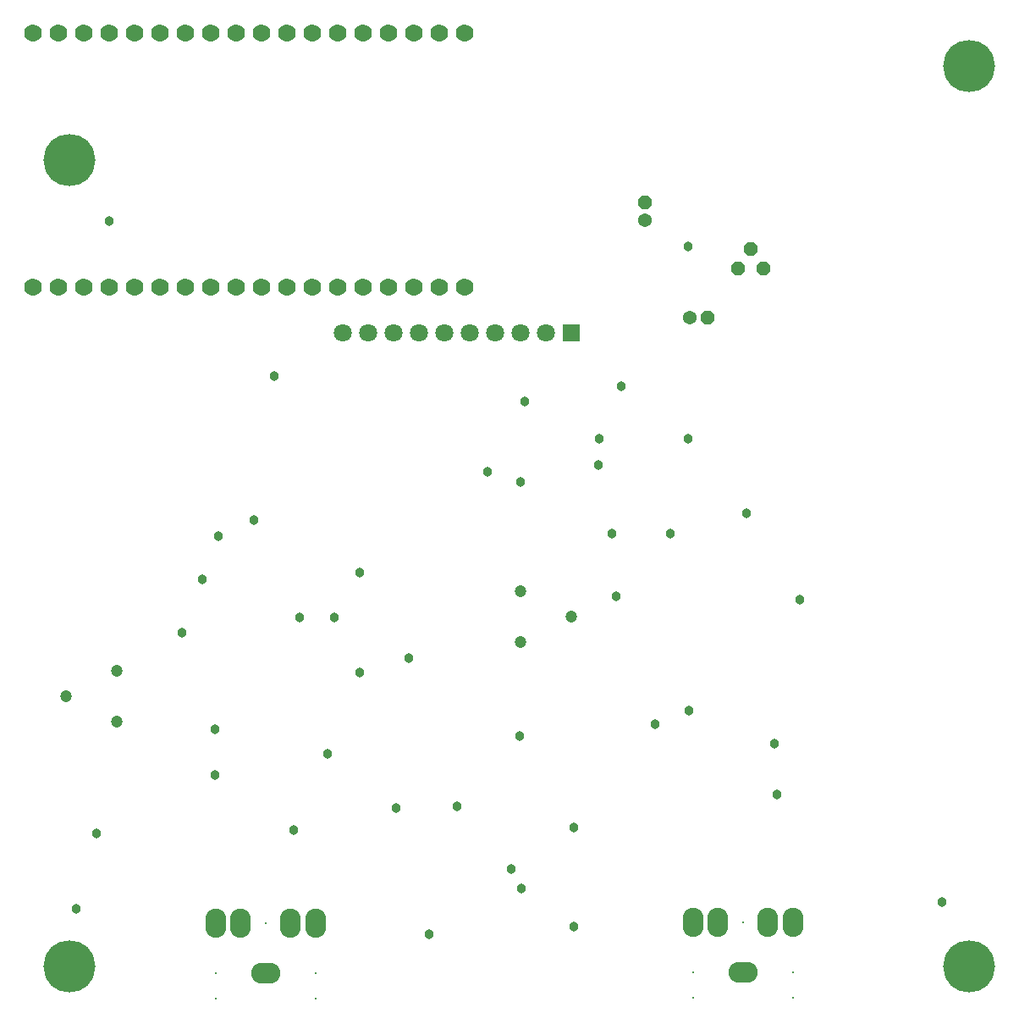
<source format=gbs>
G04*
G04 #@! TF.GenerationSoftware,Altium Limited,Altium Designer,19.1.8 (144)*
G04*
G04 Layer_Color=16711935*
%FSLAX25Y25*%
%MOIN*%
G70*
G01*
G75*
%ADD34P,0.05845X8X22.5*%
%ADD35C,0.05400*%
%ADD36C,0.06942*%
%ADD37C,0.07099*%
%ADD38R,0.07099X0.07099*%
%ADD39C,0.20485*%
%ADD40C,0.04737*%
%ADD41O,0.11430X0.08280*%
%ADD42O,0.08280X0.11430*%
%ADD43C,0.00800*%
%ADD44P,0.05897X8X22.5*%
%ADD45P,0.05845X8X112.5*%
%ADD46C,0.03800*%
D34*
X271000Y275000D02*
D03*
D35*
X264000D02*
D03*
X246500Y313500D02*
D03*
D36*
X15500Y287000D02*
D03*
X25500D02*
D03*
X35500D02*
D03*
X15500Y387000D02*
D03*
X25500D02*
D03*
X35500D02*
D03*
X5500Y287000D02*
D03*
Y387000D02*
D03*
X45500Y287000D02*
D03*
X55500D02*
D03*
X65500D02*
D03*
X75500D02*
D03*
X85500D02*
D03*
X95500D02*
D03*
X105500D02*
D03*
X115500D02*
D03*
X125500D02*
D03*
X135500D02*
D03*
X145500D02*
D03*
X155500D02*
D03*
X165500D02*
D03*
X175500D02*
D03*
X45500Y387000D02*
D03*
X55500D02*
D03*
X65500D02*
D03*
X75500D02*
D03*
X85500D02*
D03*
X95500D02*
D03*
X105500D02*
D03*
X115500D02*
D03*
X125500D02*
D03*
X135500D02*
D03*
X145500D02*
D03*
X155500D02*
D03*
X165500D02*
D03*
X175500D02*
D03*
D37*
X207500Y269000D02*
D03*
X187500D02*
D03*
X167500D02*
D03*
X147500D02*
D03*
X137500D02*
D03*
X127500D02*
D03*
X157500D02*
D03*
X177500D02*
D03*
X197500D02*
D03*
D38*
X217500D02*
D03*
D39*
X19685Y337000D02*
D03*
Y19685D02*
D03*
X374016D02*
D03*
Y374016D02*
D03*
D40*
X38500Y136000D02*
D03*
X18500Y126000D02*
D03*
X38500Y116000D02*
D03*
X197500Y167500D02*
D03*
X217500Y157500D02*
D03*
X197500Y147500D02*
D03*
D41*
X97000Y17000D02*
D03*
X285000Y17500D02*
D03*
D42*
X87157Y36685D02*
D03*
X106843D02*
D03*
X116685D02*
D03*
X77315D02*
D03*
X265315Y37185D02*
D03*
X304685D02*
D03*
X294843D02*
D03*
X275157D02*
D03*
D43*
X116685Y7158D02*
D03*
X77315D02*
D03*
Y17000D02*
D03*
X116685D02*
D03*
X97000Y36685D02*
D03*
X285000Y37185D02*
D03*
X304685Y17500D02*
D03*
X265315D02*
D03*
Y7658D02*
D03*
X304685D02*
D03*
D44*
X283000Y294500D02*
D03*
X288000Y302000D02*
D03*
X293000Y294500D02*
D03*
D45*
X246500Y320500D02*
D03*
D46*
X199000Y242000D02*
D03*
X184500Y214500D02*
D03*
X35500Y313000D02*
D03*
X307500Y164000D02*
D03*
X78500Y189000D02*
D03*
X72000Y172000D02*
D03*
X263500Y303000D02*
D03*
X197824Y50430D02*
D03*
X193887Y58304D02*
D03*
X235000Y165500D02*
D03*
X64000Y151000D02*
D03*
X228500Y227500D02*
D03*
X197500Y210500D02*
D03*
X134000Y135500D02*
D03*
X148500Y82000D02*
D03*
X77000Y95000D02*
D03*
X250500Y115000D02*
D03*
X197000Y110500D02*
D03*
X124000Y157000D02*
D03*
X286500Y198000D02*
D03*
X77000Y113000D02*
D03*
X121500Y103500D02*
D03*
X263790Y120500D02*
D03*
X263500Y227500D02*
D03*
X298500Y87500D02*
D03*
X108000Y73500D02*
D03*
X110500Y157000D02*
D03*
X237000Y248000D02*
D03*
X228000Y217000D02*
D03*
X256500Y190000D02*
D03*
X233500D02*
D03*
X92500Y195500D02*
D03*
X134000Y174963D02*
D03*
X172375Y82875D02*
D03*
X297500Y107500D02*
D03*
X22500Y42500D02*
D03*
X218500Y35500D02*
D03*
X161500Y32500D02*
D03*
X363500Y45000D02*
D03*
X218500Y74500D02*
D03*
X30500Y72000D02*
D03*
X153500Y141000D02*
D03*
X100500Y252000D02*
D03*
M02*

</source>
